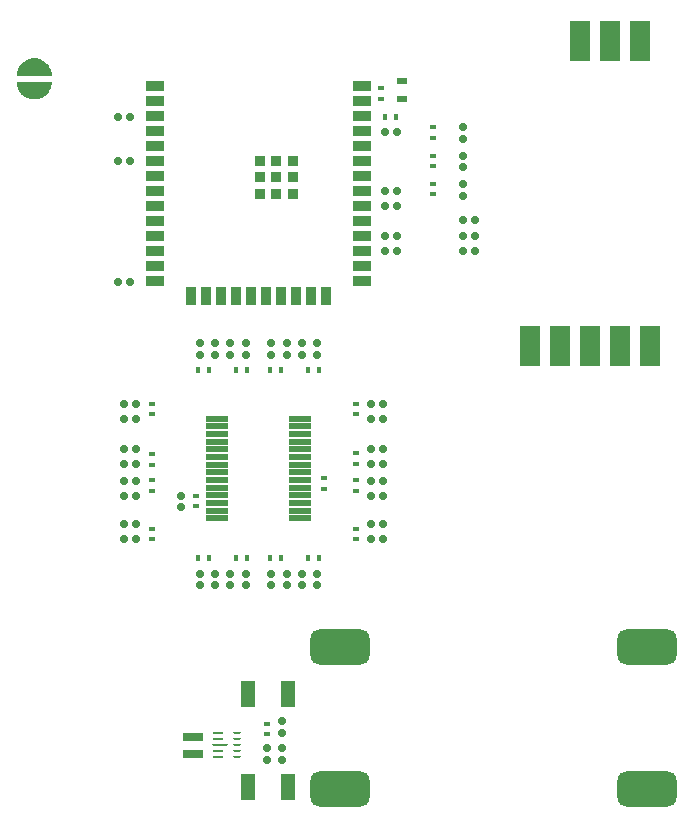
<source format=gbp>
G04*
G04 #@! TF.GenerationSoftware,Altium Limited,Altium Designer,23.4.1 (23)*
G04*
G04 Layer_Color=128*
%FSLAX44Y44*%
%MOMM*%
G71*
G04*
G04 #@! TF.SameCoordinates,ED8CA8E1-86DF-42A4-AF38-516AE62C0134*
G04*
G04*
G04 #@! TF.FilePolarity,Positive*
G04*
G01*
G75*
%ADD31R,1.8000X3.5000*%
%ADD32R,0.8890X0.8890*%
%ADD33R,1.4986X0.8890*%
%ADD34R,0.8890X1.4986*%
G04:AMPARAMS|DCode=35|XSize=1.9mm|YSize=0.48mm|CornerRadius=0.06mm|HoleSize=0mm|Usage=FLASHONLY|Rotation=180.000|XOffset=0mm|YOffset=0mm|HoleType=Round|Shape=RoundedRectangle|*
%AMROUNDEDRECTD35*
21,1,1.9000,0.3600,0,0,180.0*
21,1,1.7800,0.4800,0,0,180.0*
1,1,0.1200,-0.8900,0.1800*
1,1,0.1200,0.8900,0.1800*
1,1,0.1200,0.8900,-0.1800*
1,1,0.1200,-0.8900,-0.1800*
%
%ADD35ROUNDEDRECTD35*%
G04:AMPARAMS|DCode=36|XSize=0.6mm|YSize=0.25mm|CornerRadius=0.0625mm|HoleSize=0mm|Usage=FLASHONLY|Rotation=180.000|XOffset=0mm|YOffset=0mm|HoleType=Round|Shape=RoundedRectangle|*
%AMROUNDEDRECTD36*
21,1,0.6000,0.1250,0,0,180.0*
21,1,0.4750,0.2500,0,0,180.0*
1,1,0.1250,-0.2375,0.0625*
1,1,0.1250,0.2375,0.0625*
1,1,0.1250,0.2375,-0.0625*
1,1,0.1250,-0.2375,-0.0625*
%
%ADD36ROUNDEDRECTD36*%
G04:AMPARAMS|DCode=37|XSize=0.9mm|YSize=0.25mm|CornerRadius=0.0625mm|HoleSize=0mm|Usage=FLASHONLY|Rotation=180.000|XOffset=0mm|YOffset=0mm|HoleType=Round|Shape=RoundedRectangle|*
%AMROUNDEDRECTD37*
21,1,0.9000,0.1250,0,0,180.0*
21,1,0.7750,0.2500,0,0,180.0*
1,1,0.1250,-0.3875,0.0625*
1,1,0.1250,0.3875,0.0625*
1,1,0.1250,0.3875,-0.0625*
1,1,0.1250,-0.3875,-0.0625*
%
%ADD37ROUNDEDRECTD37*%
G04:AMPARAMS|DCode=38|XSize=1.3mm|YSize=0.25mm|CornerRadius=0.0625mm|HoleSize=0mm|Usage=FLASHONLY|Rotation=180.000|XOffset=0mm|YOffset=0mm|HoleType=Round|Shape=RoundedRectangle|*
%AMROUNDEDRECTD38*
21,1,1.3000,0.1250,0,0,180.0*
21,1,1.1750,0.2500,0,0,180.0*
1,1,0.1250,-0.5875,0.0625*
1,1,0.1250,0.5875,0.0625*
1,1,0.1250,0.5875,-0.0625*
1,1,0.1250,-0.5875,-0.0625*
%
%ADD38ROUNDEDRECTD38*%
G04:AMPARAMS|DCode=39|XSize=5mm|YSize=3mm|CornerRadius=0.75mm|HoleSize=0mm|Usage=FLASHONLY|Rotation=180.000|XOffset=0mm|YOffset=0mm|HoleType=Round|Shape=RoundedRectangle|*
%AMROUNDEDRECTD39*
21,1,5.0000,1.5000,0,0,180.0*
21,1,3.5000,3.0000,0,0,180.0*
1,1,1.5000,-1.7500,0.7500*
1,1,1.5000,1.7500,0.7500*
1,1,1.5000,1.7500,-0.7500*
1,1,1.5000,-1.7500,-0.7500*
%
%ADD39ROUNDEDRECTD39*%
G04:AMPARAMS|DCode=40|XSize=0.635mm|YSize=0.61mm|CornerRadius=0.1525mm|HoleSize=0mm|Usage=FLASHONLY|Rotation=270.000|XOffset=0mm|YOffset=0mm|HoleType=Round|Shape=RoundedRectangle|*
%AMROUNDEDRECTD40*
21,1,0.6350,0.3050,0,0,270.0*
21,1,0.3300,0.6100,0,0,270.0*
1,1,0.3050,-0.1525,-0.1650*
1,1,0.3050,-0.1525,0.1650*
1,1,0.3050,0.1525,0.1650*
1,1,0.3050,0.1525,-0.1650*
%
%ADD40ROUNDEDRECTD40*%
G04:AMPARAMS|DCode=41|XSize=0.635mm|YSize=0.61mm|CornerRadius=0.1525mm|HoleSize=0mm|Usage=FLASHONLY|Rotation=180.000|XOffset=0mm|YOffset=0mm|HoleType=Round|Shape=RoundedRectangle|*
%AMROUNDEDRECTD41*
21,1,0.6350,0.3050,0,0,180.0*
21,1,0.3300,0.6100,0,0,180.0*
1,1,0.3050,-0.1650,0.1525*
1,1,0.3050,0.1650,0.1525*
1,1,0.3050,0.1650,-0.1525*
1,1,0.3050,-0.1650,-0.1525*
%
%ADD41ROUNDEDRECTD41*%
%ADD42R,1.7000X0.8000*%
%ADD43R,0.6000X0.4000*%
%ADD44R,0.4000X0.6000*%
%ADD45R,0.9000X0.5000*%
%ADD46R,1.2000X2.3000*%
G36*
X64000Y1081500D02*
X64000Y1081500D01*
Y1080763D01*
X63855Y1079296D01*
X63568Y1077851D01*
X63140Y1076441D01*
X62576Y1075079D01*
X61881Y1073779D01*
X61063Y1072554D01*
X60128Y1071414D01*
X59085Y1070372D01*
X57946Y1069437D01*
X56721Y1068618D01*
X55421Y1067924D01*
X54059Y1067360D01*
X52649Y1066932D01*
X51204Y1066645D01*
X49737Y1066500D01*
X49000Y1066500D01*
X48263D01*
X46796Y1066645D01*
X45351Y1066932D01*
X43941Y1067360D01*
X42579Y1067924D01*
X41279Y1068618D01*
X40054Y1069437D01*
X38914Y1070372D01*
X37872Y1071414D01*
X36937Y1072554D01*
X36119Y1073779D01*
X35424Y1075079D01*
X34860Y1076441D01*
X34432Y1077851D01*
X34144Y1079296D01*
X34000Y1080763D01*
Y1081500D01*
X64000Y1081500D01*
D02*
G37*
G36*
X51204Y1101356D02*
X52649Y1101068D01*
X54059Y1100640D01*
X55421Y1100076D01*
X56721Y1099381D01*
X57946Y1098563D01*
X59085Y1097628D01*
X60128Y1096585D01*
X61063Y1095446D01*
X61881Y1094221D01*
X62576Y1092921D01*
X63140Y1091559D01*
X63568Y1090149D01*
X63856Y1088704D01*
X64000Y1087237D01*
Y1086500D01*
X34000Y1086500D01*
X34000Y1086500D01*
Y1087237D01*
X34144Y1088704D01*
X34432Y1090149D01*
X34860Y1091560D01*
X35424Y1092921D01*
X36119Y1094221D01*
X36937Y1095446D01*
X37872Y1096585D01*
X38914Y1097628D01*
X40054Y1098563D01*
X41279Y1099381D01*
X42579Y1100076D01*
X43941Y1100640D01*
X45351Y1101068D01*
X46796Y1101356D01*
X48263Y1101500D01*
X49000Y1101500D01*
X49737D01*
X51204Y1101356D01*
D02*
G37*
D31*
X570400Y858000D02*
D03*
X562000Y1116000D02*
D03*
X536600D02*
D03*
X511200D02*
D03*
X545000Y858000D02*
D03*
X519600D02*
D03*
X494200D02*
D03*
X468800D02*
D03*
D32*
X254061Y1000394D02*
D03*
Y1014389D02*
D03*
X240066D02*
D03*
Y1000394D02*
D03*
Y986398D02*
D03*
X254061D02*
D03*
X268057D02*
D03*
Y1000394D02*
D03*
Y1014389D02*
D03*
D33*
X151547Y1077609D02*
D03*
Y1064910D02*
D03*
Y1052209D02*
D03*
Y1039510D02*
D03*
Y1026809D02*
D03*
Y1014109D02*
D03*
Y1001410D02*
D03*
Y988709D02*
D03*
Y976010D02*
D03*
Y963309D02*
D03*
Y950610D02*
D03*
Y937909D02*
D03*
Y925210D02*
D03*
Y912510D02*
D03*
X326553D02*
D03*
Y925210D02*
D03*
Y937909D02*
D03*
Y950610D02*
D03*
Y963309D02*
D03*
Y976010D02*
D03*
Y988709D02*
D03*
Y1001410D02*
D03*
Y1014109D02*
D03*
Y1026809D02*
D03*
Y1039510D02*
D03*
Y1052209D02*
D03*
Y1064910D02*
D03*
Y1077609D02*
D03*
D34*
X181900Y900000D02*
D03*
X194600D02*
D03*
X207300D02*
D03*
X220000D02*
D03*
X232700D02*
D03*
X245400D02*
D03*
X258100D02*
D03*
X270800D02*
D03*
X283500D02*
D03*
X296200D02*
D03*
D35*
X274050Y796250D02*
D03*
Y789750D02*
D03*
Y783250D02*
D03*
Y776750D02*
D03*
Y770250D02*
D03*
Y763750D02*
D03*
Y757250D02*
D03*
Y750750D02*
D03*
Y744250D02*
D03*
Y737750D02*
D03*
Y731250D02*
D03*
Y724750D02*
D03*
Y718250D02*
D03*
Y711750D02*
D03*
X203950D02*
D03*
Y718250D02*
D03*
Y724750D02*
D03*
Y731250D02*
D03*
Y737750D02*
D03*
Y744250D02*
D03*
Y750750D02*
D03*
Y757250D02*
D03*
Y763750D02*
D03*
Y770250D02*
D03*
Y776750D02*
D03*
Y783250D02*
D03*
Y789750D02*
D03*
Y796250D02*
D03*
D36*
X221000Y530000D02*
D03*
Y525000D02*
D03*
Y520000D02*
D03*
Y515000D02*
D03*
Y510000D02*
D03*
D37*
X204500Y530000D02*
D03*
Y525000D02*
D03*
Y515000D02*
D03*
Y510000D02*
D03*
D38*
X206500Y520000D02*
D03*
D39*
X567750Y482500D02*
D03*
X307750D02*
D03*
Y602500D02*
D03*
X567750D02*
D03*
D40*
X288810Y655000D02*
D03*
Y665000D02*
D03*
X412000Y995000D02*
D03*
Y985000D02*
D03*
X249810Y655000D02*
D03*
Y665000D02*
D03*
X275810D02*
D03*
Y655000D02*
D03*
X262810Y665000D02*
D03*
Y655000D02*
D03*
X412000Y1019000D02*
D03*
Y1009000D02*
D03*
X189000Y655000D02*
D03*
Y665000D02*
D03*
X228000Y655000D02*
D03*
Y665000D02*
D03*
X201850D02*
D03*
Y655000D02*
D03*
X215000Y665000D02*
D03*
Y655000D02*
D03*
X412000Y1043000D02*
D03*
Y1033000D02*
D03*
X249810Y860000D02*
D03*
Y850000D02*
D03*
X189000Y860000D02*
D03*
Y850000D02*
D03*
X288810Y860000D02*
D03*
Y850000D02*
D03*
X228000Y860000D02*
D03*
Y850000D02*
D03*
X262810D02*
D03*
Y860000D02*
D03*
X275810Y850000D02*
D03*
Y860000D02*
D03*
X202000Y850000D02*
D03*
Y860000D02*
D03*
X215000Y850000D02*
D03*
Y860000D02*
D03*
X173000Y731000D02*
D03*
Y721000D02*
D03*
X259000Y517000D02*
D03*
Y507000D02*
D03*
Y540000D02*
D03*
Y530000D02*
D03*
X246000Y507000D02*
D03*
Y517000D02*
D03*
D41*
X125000Y808500D02*
D03*
X135000D02*
D03*
X125000Y757500D02*
D03*
X135000D02*
D03*
X412000Y964000D02*
D03*
X422000D02*
D03*
X135000Y795650D02*
D03*
X125000D02*
D03*
X135000Y770500D02*
D03*
X125000D02*
D03*
X344500Y694400D02*
D03*
X334500D02*
D03*
X125000Y743400D02*
D03*
X135000D02*
D03*
X344500D02*
D03*
X334500D02*
D03*
X125000Y694400D02*
D03*
X135000D02*
D03*
X334500Y707400D02*
D03*
X344500D02*
D03*
X334500Y730400D02*
D03*
X344500D02*
D03*
X135000D02*
D03*
X125000D02*
D03*
X135000Y707400D02*
D03*
X125000D02*
D03*
X412000Y951000D02*
D03*
X422000D02*
D03*
X344500Y757500D02*
D03*
X334500D02*
D03*
X344500Y808500D02*
D03*
X334500D02*
D03*
Y770500D02*
D03*
X344500D02*
D03*
X334500Y795650D02*
D03*
X344500D02*
D03*
X412000Y938000D02*
D03*
X422000D02*
D03*
X120000Y1052000D02*
D03*
X130000D02*
D03*
X120000Y1014000D02*
D03*
X130000D02*
D03*
X120000Y912000D02*
D03*
X130000D02*
D03*
X356000Y1039000D02*
D03*
X346000D02*
D03*
X356000Y938000D02*
D03*
X346000D02*
D03*
X356000Y951000D02*
D03*
X346000D02*
D03*
X356000Y976000D02*
D03*
X346000D02*
D03*
X356000Y989000D02*
D03*
X346000D02*
D03*
D42*
X183000Y527000D02*
D03*
Y512000D02*
D03*
D43*
X387000Y986000D02*
D03*
Y995000D02*
D03*
X148500Y809000D02*
D03*
Y800000D02*
D03*
Y757000D02*
D03*
Y766000D02*
D03*
X321000Y694000D02*
D03*
Y703000D02*
D03*
X148500Y744000D02*
D03*
Y735000D02*
D03*
X321000Y744000D02*
D03*
Y735000D02*
D03*
X148500Y694000D02*
D03*
Y703000D02*
D03*
X387000Y1010000D02*
D03*
Y1019000D02*
D03*
X321000Y758000D02*
D03*
Y767000D02*
D03*
Y809000D02*
D03*
Y800000D02*
D03*
X387000Y1034000D02*
D03*
Y1043000D02*
D03*
X186000Y731000D02*
D03*
Y722000D02*
D03*
X343000Y1067000D02*
D03*
Y1076000D02*
D03*
X294000Y746000D02*
D03*
Y737000D02*
D03*
X246000Y538000D02*
D03*
Y529000D02*
D03*
D44*
X289810Y678000D02*
D03*
X280810D02*
D03*
X248810D02*
D03*
X257810D02*
D03*
X188000Y678000D02*
D03*
X197000D02*
D03*
X229000D02*
D03*
X220000D02*
D03*
X248810Y837000D02*
D03*
X257810D02*
D03*
X188000Y837000D02*
D03*
X197000D02*
D03*
X289810Y837000D02*
D03*
X280810D02*
D03*
X229000Y837000D02*
D03*
X220000D02*
D03*
X346000Y1052000D02*
D03*
X355000D02*
D03*
D45*
X360000Y1082000D02*
D03*
Y1067000D02*
D03*
D46*
X264000Y484500D02*
D03*
X230000D02*
D03*
X264000Y563000D02*
D03*
X230000D02*
D03*
M02*

</source>
